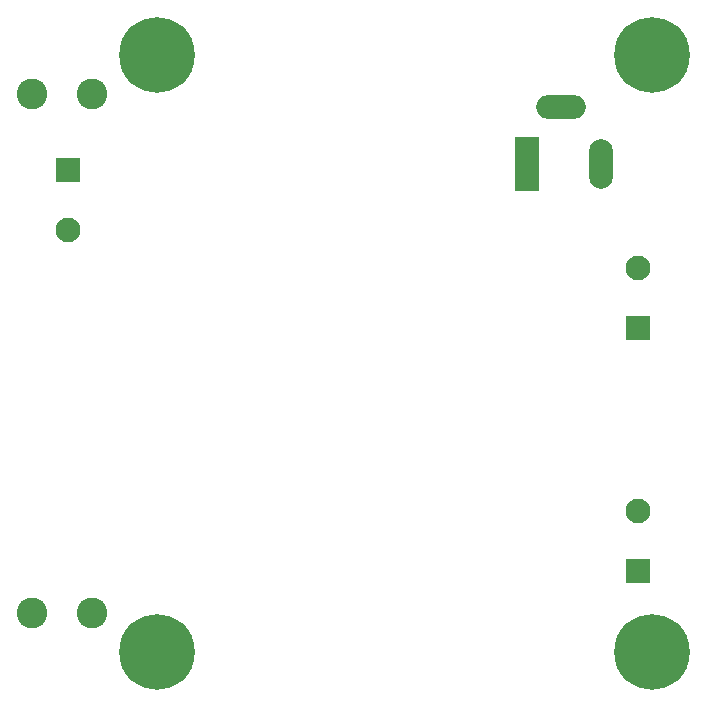
<source format=gbr>
%TF.GenerationSoftware,KiCad,Pcbnew,9.0.3*%
%TF.CreationDate,2025-08-25T20:13:08-03:00*%
%TF.ProjectId,ups_lead_acid_electgpl_v1.0,7570735f-6c65-4616-945f-616369645f65,rev?*%
%TF.SameCoordinates,Original*%
%TF.FileFunction,Soldermask,Bot*%
%TF.FilePolarity,Negative*%
%FSLAX46Y46*%
G04 Gerber Fmt 4.6, Leading zero omitted, Abs format (unit mm)*
G04 Created by KiCad (PCBNEW 9.0.3) date 2025-08-25 20:13:08*
%MOMM*%
%LPD*%
G01*
G04 APERTURE LIST*
G04 Aperture macros list*
%AMRoundRect*
0 Rectangle with rounded corners*
0 $1 Rounding radius*
0 $2 $3 $4 $5 $6 $7 $8 $9 X,Y pos of 4 corners*
0 Add a 4 corners polygon primitive as box body*
4,1,4,$2,$3,$4,$5,$6,$7,$8,$9,$2,$3,0*
0 Add four circle primitives for the rounded corners*
1,1,$1+$1,$2,$3*
1,1,$1+$1,$4,$5*
1,1,$1+$1,$6,$7*
1,1,$1+$1,$8,$9*
0 Add four rect primitives between the rounded corners*
20,1,$1+$1,$2,$3,$4,$5,0*
20,1,$1+$1,$4,$5,$6,$7,0*
20,1,$1+$1,$6,$7,$8,$9,0*
20,1,$1+$1,$8,$9,$2,$3,0*%
G04 Aperture macros list end*
%ADD10C,2.600000*%
%ADD11C,0.800000*%
%ADD12C,6.400000*%
%ADD13R,2.000000X4.600000*%
%ADD14O,2.000000X4.200000*%
%ADD15O,4.200000X2.000000*%
%ADD16RoundRect,0.250001X0.799999X-0.799999X0.799999X0.799999X-0.799999X0.799999X-0.799999X-0.799999X0*%
%ADD17C,2.100000*%
%ADD18RoundRect,0.250001X-0.799999X0.799999X-0.799999X-0.799999X0.799999X-0.799999X0.799999X0.799999X0*%
G04 APERTURE END LIST*
D10*
%TO.C,TP11*%
X121560000Y-125742500D03*
X126640000Y-125742500D03*
%TD*%
D11*
%TO.C,H1*%
X129702944Y-78445444D03*
X130405888Y-76748388D03*
X130405888Y-80142500D03*
X132102944Y-76045444D03*
D12*
X132102944Y-78445444D03*
D11*
X132102944Y-80845444D03*
X133800000Y-76748388D03*
X133800000Y-80142500D03*
X134502944Y-78445444D03*
%TD*%
D13*
%TO.C,J1*%
X163450000Y-87692500D03*
D14*
X169750000Y-87692500D03*
D15*
X166350000Y-82892500D03*
%TD*%
D10*
%TO.C,TP10*%
X121560000Y-81742500D03*
X126640000Y-81742500D03*
%TD*%
D16*
%TO.C,J2*%
X172842500Y-101587500D03*
D17*
X172842500Y-96507500D03*
%TD*%
D11*
%TO.C,H3*%
X129700000Y-129042500D03*
X130402944Y-127345444D03*
X130402944Y-130739556D03*
X132100000Y-126642500D03*
D12*
X132100000Y-129042500D03*
D11*
X132100000Y-131442500D03*
X133797056Y-127345444D03*
X133797056Y-130739556D03*
X134500000Y-129042500D03*
%TD*%
D16*
%TO.C,J4*%
X172842500Y-122142500D03*
D17*
X172842500Y-117062500D03*
%TD*%
D11*
%TO.C,H4*%
X171600000Y-129042500D03*
X172302944Y-127345444D03*
X172302944Y-130739556D03*
X174000000Y-126642500D03*
D12*
X174000000Y-129042500D03*
D11*
X174000000Y-131442500D03*
X175697056Y-127345444D03*
X175697056Y-130739556D03*
X176400000Y-129042500D03*
%TD*%
%TO.C,H2*%
X171600000Y-78442500D03*
X172302944Y-76745444D03*
X172302944Y-80139556D03*
X174000000Y-76042500D03*
D12*
X174000000Y-78442500D03*
D11*
X174000000Y-80842500D03*
X175697056Y-76745444D03*
X175697056Y-80139556D03*
X176400000Y-78442500D03*
%TD*%
D18*
%TO.C,J3*%
X124557500Y-88197500D03*
D17*
X124557500Y-93277500D03*
%TD*%
M02*

</source>
